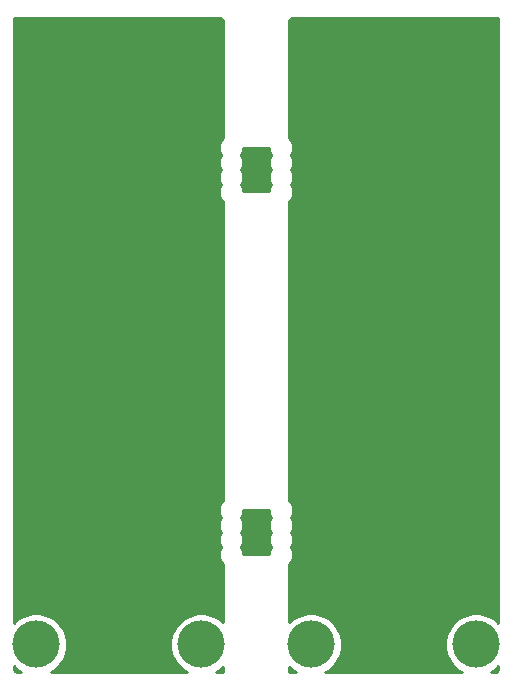
<source format=gbl>
G04 #@! TF.GenerationSoftware,KiCad,Pcbnew,(5.1.5)-3*
G04 #@! TF.CreationDate,2020-03-09T16:33:39+08:00*
G04 #@! TF.ProjectId,cover,636f7665-722e-46b6-9963-61645f706362,rev?*
G04 #@! TF.SameCoordinates,Original*
G04 #@! TF.FileFunction,Copper,L2,Bot*
G04 #@! TF.FilePolarity,Positive*
%FSLAX46Y46*%
G04 Gerber Fmt 4.6, Leading zero omitted, Abs format (unit mm)*
G04 Created by KiCad (PCBNEW (5.1.5)-3) date 2020-03-09 16:33:39*
%MOMM*%
%LPD*%
G04 APERTURE LIST*
%ADD10C,4.000000*%
%ADD11C,0.254000*%
G04 APERTURE END LIST*
D10*
X230257580Y-127201478D03*
X244257580Y-127201478D03*
X220992420Y-127201478D03*
X206992420Y-127201478D03*
D11*
G36*
X222832420Y-129541478D02*
G01*
X222228748Y-129541478D01*
X222240561Y-129536585D01*
X222672135Y-129248216D01*
X222832420Y-129087931D01*
X222832420Y-129541478D01*
G37*
X222832420Y-129541478D02*
X222228748Y-129541478D01*
X222240561Y-129536585D01*
X222672135Y-129248216D01*
X222832420Y-129087931D01*
X222832420Y-129541478D01*
G36*
X205312705Y-129248216D02*
G01*
X205744279Y-129536585D01*
X205756092Y-129541478D01*
X205474699Y-129541478D01*
X205376996Y-129531898D01*
X205314063Y-129512898D01*
X205256014Y-129482032D01*
X205205077Y-129440489D01*
X205163172Y-129389834D01*
X205131905Y-129332007D01*
X205112464Y-129269206D01*
X205102420Y-129173643D01*
X205102420Y-129037931D01*
X205312705Y-129248216D01*
G37*
X205312705Y-129248216D02*
X205744279Y-129536585D01*
X205756092Y-129541478D01*
X205474699Y-129541478D01*
X205376996Y-129531898D01*
X205314063Y-129512898D01*
X205256014Y-129482032D01*
X205205077Y-129440489D01*
X205163172Y-129389834D01*
X205131905Y-129332007D01*
X205112464Y-129269206D01*
X205102420Y-129173643D01*
X205102420Y-129037931D01*
X205312705Y-129248216D01*
G36*
X246142420Y-129169199D02*
G01*
X246132840Y-129266902D01*
X246113840Y-129329835D01*
X246082974Y-129387884D01*
X246041431Y-129438821D01*
X245990776Y-129480726D01*
X245932949Y-129511993D01*
X245870148Y-129531434D01*
X245774585Y-129541478D01*
X245493908Y-129541478D01*
X245505721Y-129536585D01*
X245937295Y-129248216D01*
X246142420Y-129043091D01*
X246142420Y-129169199D01*
G37*
X246142420Y-129169199D02*
X246132840Y-129266902D01*
X246113840Y-129329835D01*
X246082974Y-129387884D01*
X246041431Y-129438821D01*
X245990776Y-129480726D01*
X245932949Y-129511993D01*
X245870148Y-129531434D01*
X245774585Y-129541478D01*
X245493908Y-129541478D01*
X245505721Y-129536585D01*
X245937295Y-129248216D01*
X246142420Y-129043091D01*
X246142420Y-129169199D01*
G36*
X246142420Y-125359865D02*
G01*
X245937295Y-125154740D01*
X245505721Y-124866371D01*
X245026181Y-124667739D01*
X244517105Y-124566478D01*
X243998055Y-124566478D01*
X243488979Y-124667739D01*
X243009439Y-124866371D01*
X242577865Y-125154740D01*
X242210842Y-125521763D01*
X241922473Y-125953337D01*
X241723841Y-126432877D01*
X241622580Y-126941953D01*
X241622580Y-127461003D01*
X241723841Y-127970079D01*
X241922473Y-128449619D01*
X242210842Y-128881193D01*
X242577865Y-129248216D01*
X243009439Y-129536585D01*
X243021252Y-129541478D01*
X231493908Y-129541478D01*
X231505721Y-129536585D01*
X231937295Y-129248216D01*
X232304318Y-128881193D01*
X232592687Y-128449619D01*
X232791319Y-127970079D01*
X232892580Y-127461003D01*
X232892580Y-126941953D01*
X232791319Y-126432877D01*
X232592687Y-125953337D01*
X232304318Y-125521763D01*
X231937295Y-125154740D01*
X231505721Y-124866371D01*
X231026181Y-124667739D01*
X230517105Y-124566478D01*
X229998055Y-124566478D01*
X229488979Y-124667739D01*
X229009439Y-124866371D01*
X228577865Y-125154740D01*
X228412420Y-125320185D01*
X228412420Y-120361291D01*
X228543937Y-120229774D01*
X228657205Y-120060256D01*
X228735226Y-119871898D01*
X228775000Y-119671939D01*
X228775000Y-119468061D01*
X228735226Y-119268102D01*
X228657205Y-119079744D01*
X228555490Y-118927517D01*
X228647205Y-118790256D01*
X228725226Y-118601898D01*
X228765000Y-118401939D01*
X228765000Y-118198061D01*
X228725226Y-117998102D01*
X228647205Y-117809744D01*
X228567195Y-117690000D01*
X228647205Y-117570256D01*
X228725226Y-117381898D01*
X228765000Y-117181939D01*
X228765000Y-116978061D01*
X228725226Y-116778102D01*
X228647205Y-116589744D01*
X228558831Y-116457483D01*
X228657205Y-116310256D01*
X228735226Y-116121898D01*
X228775000Y-115921939D01*
X228775000Y-115718061D01*
X228735226Y-115518102D01*
X228657205Y-115329744D01*
X228543937Y-115160226D01*
X228412420Y-115028709D01*
X228412420Y-89681291D01*
X228553937Y-89539774D01*
X228667205Y-89370256D01*
X228745226Y-89181898D01*
X228785000Y-88981939D01*
X228785000Y-88778061D01*
X228745226Y-88578102D01*
X228667205Y-88389744D01*
X228565490Y-88237517D01*
X228657205Y-88100256D01*
X228735226Y-87911898D01*
X228775000Y-87711939D01*
X228775000Y-87508061D01*
X228735226Y-87308102D01*
X228657205Y-87119744D01*
X228577195Y-87000000D01*
X228657205Y-86880256D01*
X228735226Y-86691898D01*
X228775000Y-86491939D01*
X228775000Y-86288061D01*
X228735226Y-86088102D01*
X228657205Y-85899744D01*
X228568831Y-85767483D01*
X228667205Y-85620256D01*
X228745226Y-85431898D01*
X228785000Y-85231939D01*
X228785000Y-85028061D01*
X228745226Y-84828102D01*
X228667205Y-84639744D01*
X228553937Y-84470226D01*
X228412420Y-84328709D01*
X228412420Y-74533757D01*
X228422000Y-74436054D01*
X228441000Y-74373122D01*
X228471865Y-74315073D01*
X228513409Y-74264135D01*
X228564064Y-74222230D01*
X228621891Y-74190963D01*
X228684692Y-74171522D01*
X228780255Y-74161478D01*
X246142421Y-74161478D01*
X246142420Y-125359865D01*
G37*
X246142420Y-125359865D02*
X245937295Y-125154740D01*
X245505721Y-124866371D01*
X245026181Y-124667739D01*
X244517105Y-124566478D01*
X243998055Y-124566478D01*
X243488979Y-124667739D01*
X243009439Y-124866371D01*
X242577865Y-125154740D01*
X242210842Y-125521763D01*
X241922473Y-125953337D01*
X241723841Y-126432877D01*
X241622580Y-126941953D01*
X241622580Y-127461003D01*
X241723841Y-127970079D01*
X241922473Y-128449619D01*
X242210842Y-128881193D01*
X242577865Y-129248216D01*
X243009439Y-129536585D01*
X243021252Y-129541478D01*
X231493908Y-129541478D01*
X231505721Y-129536585D01*
X231937295Y-129248216D01*
X232304318Y-128881193D01*
X232592687Y-128449619D01*
X232791319Y-127970079D01*
X232892580Y-127461003D01*
X232892580Y-126941953D01*
X232791319Y-126432877D01*
X232592687Y-125953337D01*
X232304318Y-125521763D01*
X231937295Y-125154740D01*
X231505721Y-124866371D01*
X231026181Y-124667739D01*
X230517105Y-124566478D01*
X229998055Y-124566478D01*
X229488979Y-124667739D01*
X229009439Y-124866371D01*
X228577865Y-125154740D01*
X228412420Y-125320185D01*
X228412420Y-120361291D01*
X228543937Y-120229774D01*
X228657205Y-120060256D01*
X228735226Y-119871898D01*
X228775000Y-119671939D01*
X228775000Y-119468061D01*
X228735226Y-119268102D01*
X228657205Y-119079744D01*
X228555490Y-118927517D01*
X228647205Y-118790256D01*
X228725226Y-118601898D01*
X228765000Y-118401939D01*
X228765000Y-118198061D01*
X228725226Y-117998102D01*
X228647205Y-117809744D01*
X228567195Y-117690000D01*
X228647205Y-117570256D01*
X228725226Y-117381898D01*
X228765000Y-117181939D01*
X228765000Y-116978061D01*
X228725226Y-116778102D01*
X228647205Y-116589744D01*
X228558831Y-116457483D01*
X228657205Y-116310256D01*
X228735226Y-116121898D01*
X228775000Y-115921939D01*
X228775000Y-115718061D01*
X228735226Y-115518102D01*
X228657205Y-115329744D01*
X228543937Y-115160226D01*
X228412420Y-115028709D01*
X228412420Y-89681291D01*
X228553937Y-89539774D01*
X228667205Y-89370256D01*
X228745226Y-89181898D01*
X228785000Y-88981939D01*
X228785000Y-88778061D01*
X228745226Y-88578102D01*
X228667205Y-88389744D01*
X228565490Y-88237517D01*
X228657205Y-88100256D01*
X228735226Y-87911898D01*
X228775000Y-87711939D01*
X228775000Y-87508061D01*
X228735226Y-87308102D01*
X228657205Y-87119744D01*
X228577195Y-87000000D01*
X228657205Y-86880256D01*
X228735226Y-86691898D01*
X228775000Y-86491939D01*
X228775000Y-86288061D01*
X228735226Y-86088102D01*
X228657205Y-85899744D01*
X228568831Y-85767483D01*
X228667205Y-85620256D01*
X228745226Y-85431898D01*
X228785000Y-85231939D01*
X228785000Y-85028061D01*
X228745226Y-84828102D01*
X228667205Y-84639744D01*
X228553937Y-84470226D01*
X228412420Y-84328709D01*
X228412420Y-74533757D01*
X228422000Y-74436054D01*
X228441000Y-74373122D01*
X228471865Y-74315073D01*
X228513409Y-74264135D01*
X228564064Y-74222230D01*
X228621891Y-74190963D01*
X228684692Y-74171522D01*
X228780255Y-74161478D01*
X246142421Y-74161478D01*
X246142420Y-125359865D01*
G36*
X228577865Y-129248216D02*
G01*
X229009439Y-129536585D01*
X229021252Y-129541478D01*
X228412420Y-129541478D01*
X228412420Y-129082771D01*
X228577865Y-129248216D01*
G37*
X228577865Y-129248216D02*
X229009439Y-129536585D01*
X229021252Y-129541478D01*
X228412420Y-129541478D01*
X228412420Y-129082771D01*
X228577865Y-129248216D01*
G36*
X222557844Y-74171058D02*
G01*
X222620776Y-74190058D01*
X222678825Y-74220923D01*
X222729763Y-74262467D01*
X222771668Y-74313122D01*
X222802935Y-74370949D01*
X222822376Y-74433750D01*
X222832420Y-74529313D01*
X222832421Y-84324596D01*
X222830226Y-84326063D01*
X222686063Y-84470226D01*
X222572795Y-84639744D01*
X222494774Y-84828102D01*
X222455000Y-85028061D01*
X222455000Y-85231939D01*
X222494774Y-85431898D01*
X222572795Y-85620256D01*
X222661169Y-85752517D01*
X222562795Y-85899744D01*
X222484774Y-86088102D01*
X222445000Y-86288061D01*
X222445000Y-86491939D01*
X222484774Y-86691898D01*
X222562795Y-86880256D01*
X222642805Y-87000000D01*
X222562795Y-87119744D01*
X222484774Y-87308102D01*
X222445000Y-87508061D01*
X222445000Y-87711939D01*
X222484774Y-87911898D01*
X222562795Y-88100256D01*
X222664510Y-88252483D01*
X222572795Y-88389744D01*
X222494774Y-88578102D01*
X222455000Y-88778061D01*
X222455000Y-88981939D01*
X222494774Y-89181898D01*
X222572795Y-89370256D01*
X222686063Y-89539774D01*
X222830226Y-89683937D01*
X222832420Y-89685403D01*
X222832421Y-115023868D01*
X222696063Y-115160226D01*
X222582795Y-115329744D01*
X222504774Y-115518102D01*
X222465000Y-115718061D01*
X222465000Y-115921939D01*
X222504774Y-116121898D01*
X222582795Y-116310256D01*
X222671169Y-116442517D01*
X222572795Y-116589744D01*
X222494774Y-116778102D01*
X222455000Y-116978061D01*
X222455000Y-117181939D01*
X222494774Y-117381898D01*
X222572795Y-117570256D01*
X222652805Y-117690000D01*
X222572795Y-117809744D01*
X222494774Y-117998102D01*
X222455000Y-118198061D01*
X222455000Y-118401939D01*
X222494774Y-118601898D01*
X222572795Y-118790256D01*
X222674510Y-118942483D01*
X222582795Y-119079744D01*
X222504774Y-119268102D01*
X222465000Y-119468061D01*
X222465000Y-119671939D01*
X222504774Y-119871898D01*
X222582795Y-120060256D01*
X222696063Y-120229774D01*
X222832421Y-120366132D01*
X222832420Y-125315025D01*
X222672135Y-125154740D01*
X222240561Y-124866371D01*
X221761021Y-124667739D01*
X221251945Y-124566478D01*
X220732895Y-124566478D01*
X220223819Y-124667739D01*
X219744279Y-124866371D01*
X219312705Y-125154740D01*
X218945682Y-125521763D01*
X218657313Y-125953337D01*
X218458681Y-126432877D01*
X218357420Y-126941953D01*
X218357420Y-127461003D01*
X218458681Y-127970079D01*
X218657313Y-128449619D01*
X218945682Y-128881193D01*
X219312705Y-129248216D01*
X219744279Y-129536585D01*
X219756092Y-129541478D01*
X208228748Y-129541478D01*
X208240561Y-129536585D01*
X208672135Y-129248216D01*
X209039158Y-128881193D01*
X209327527Y-128449619D01*
X209526159Y-127970079D01*
X209627420Y-127461003D01*
X209627420Y-126941953D01*
X209526159Y-126432877D01*
X209327527Y-125953337D01*
X209039158Y-125521763D01*
X208672135Y-125154740D01*
X208240561Y-124866371D01*
X207761021Y-124667739D01*
X207251945Y-124566478D01*
X206732895Y-124566478D01*
X206223819Y-124667739D01*
X205744279Y-124866371D01*
X205312705Y-125154740D01*
X205102420Y-125365025D01*
X205102420Y-74161478D01*
X222460141Y-74161478D01*
X222557844Y-74171058D01*
G37*
X222557844Y-74171058D02*
X222620776Y-74190058D01*
X222678825Y-74220923D01*
X222729763Y-74262467D01*
X222771668Y-74313122D01*
X222802935Y-74370949D01*
X222822376Y-74433750D01*
X222832420Y-74529313D01*
X222832421Y-84324596D01*
X222830226Y-84326063D01*
X222686063Y-84470226D01*
X222572795Y-84639744D01*
X222494774Y-84828102D01*
X222455000Y-85028061D01*
X222455000Y-85231939D01*
X222494774Y-85431898D01*
X222572795Y-85620256D01*
X222661169Y-85752517D01*
X222562795Y-85899744D01*
X222484774Y-86088102D01*
X222445000Y-86288061D01*
X222445000Y-86491939D01*
X222484774Y-86691898D01*
X222562795Y-86880256D01*
X222642805Y-87000000D01*
X222562795Y-87119744D01*
X222484774Y-87308102D01*
X222445000Y-87508061D01*
X222445000Y-87711939D01*
X222484774Y-87911898D01*
X222562795Y-88100256D01*
X222664510Y-88252483D01*
X222572795Y-88389744D01*
X222494774Y-88578102D01*
X222455000Y-88778061D01*
X222455000Y-88981939D01*
X222494774Y-89181898D01*
X222572795Y-89370256D01*
X222686063Y-89539774D01*
X222830226Y-89683937D01*
X222832420Y-89685403D01*
X222832421Y-115023868D01*
X222696063Y-115160226D01*
X222582795Y-115329744D01*
X222504774Y-115518102D01*
X222465000Y-115718061D01*
X222465000Y-115921939D01*
X222504774Y-116121898D01*
X222582795Y-116310256D01*
X222671169Y-116442517D01*
X222572795Y-116589744D01*
X222494774Y-116778102D01*
X222455000Y-116978061D01*
X222455000Y-117181939D01*
X222494774Y-117381898D01*
X222572795Y-117570256D01*
X222652805Y-117690000D01*
X222572795Y-117809744D01*
X222494774Y-117998102D01*
X222455000Y-118198061D01*
X222455000Y-118401939D01*
X222494774Y-118601898D01*
X222572795Y-118790256D01*
X222674510Y-118942483D01*
X222582795Y-119079744D01*
X222504774Y-119268102D01*
X222465000Y-119468061D01*
X222465000Y-119671939D01*
X222504774Y-119871898D01*
X222582795Y-120060256D01*
X222696063Y-120229774D01*
X222832421Y-120366132D01*
X222832420Y-125315025D01*
X222672135Y-125154740D01*
X222240561Y-124866371D01*
X221761021Y-124667739D01*
X221251945Y-124566478D01*
X220732895Y-124566478D01*
X220223819Y-124667739D01*
X219744279Y-124866371D01*
X219312705Y-125154740D01*
X218945682Y-125521763D01*
X218657313Y-125953337D01*
X218458681Y-126432877D01*
X218357420Y-126941953D01*
X218357420Y-127461003D01*
X218458681Y-127970079D01*
X218657313Y-128449619D01*
X218945682Y-128881193D01*
X219312705Y-129248216D01*
X219744279Y-129536585D01*
X219756092Y-129541478D01*
X208228748Y-129541478D01*
X208240561Y-129536585D01*
X208672135Y-129248216D01*
X209039158Y-128881193D01*
X209327527Y-128449619D01*
X209526159Y-127970079D01*
X209627420Y-127461003D01*
X209627420Y-126941953D01*
X209526159Y-126432877D01*
X209327527Y-125953337D01*
X209039158Y-125521763D01*
X208672135Y-125154740D01*
X208240561Y-124866371D01*
X207761021Y-124667739D01*
X207251945Y-124566478D01*
X206732895Y-124566478D01*
X206223819Y-124667739D01*
X205744279Y-124866371D01*
X205312705Y-125154740D01*
X205102420Y-125365025D01*
X205102420Y-74161478D01*
X222460141Y-74161478D01*
X222557844Y-74171058D01*
G36*
X226705000Y-115921939D02*
G01*
X226744774Y-116121898D01*
X226822795Y-116310256D01*
X226911169Y-116442517D01*
X226812795Y-116589744D01*
X226734774Y-116778102D01*
X226695000Y-116978061D01*
X226695000Y-117181939D01*
X226734774Y-117381898D01*
X226812795Y-117570256D01*
X226892805Y-117690000D01*
X226812795Y-117809744D01*
X226734774Y-117998102D01*
X226695000Y-118198061D01*
X226695000Y-118401939D01*
X226734774Y-118601898D01*
X226812795Y-118790256D01*
X226914510Y-118942483D01*
X226822795Y-119079744D01*
X226744774Y-119268102D01*
X226705000Y-119468061D01*
X226705000Y-119540000D01*
X224535000Y-119540000D01*
X224535000Y-119468061D01*
X224495226Y-119268102D01*
X224417205Y-119079744D01*
X224315490Y-118927517D01*
X224407205Y-118790256D01*
X224485226Y-118601898D01*
X224525000Y-118401939D01*
X224525000Y-118198061D01*
X224485226Y-117998102D01*
X224407205Y-117809744D01*
X224327195Y-117690000D01*
X224407205Y-117570256D01*
X224485226Y-117381898D01*
X224525000Y-117181939D01*
X224525000Y-116978061D01*
X224485226Y-116778102D01*
X224407205Y-116589744D01*
X224318831Y-116457483D01*
X224417205Y-116310256D01*
X224495226Y-116121898D01*
X224535000Y-115921939D01*
X224535000Y-115860000D01*
X226705000Y-115860000D01*
X226705000Y-115921939D01*
G37*
X226705000Y-115921939D02*
X226744774Y-116121898D01*
X226822795Y-116310256D01*
X226911169Y-116442517D01*
X226812795Y-116589744D01*
X226734774Y-116778102D01*
X226695000Y-116978061D01*
X226695000Y-117181939D01*
X226734774Y-117381898D01*
X226812795Y-117570256D01*
X226892805Y-117690000D01*
X226812795Y-117809744D01*
X226734774Y-117998102D01*
X226695000Y-118198061D01*
X226695000Y-118401939D01*
X226734774Y-118601898D01*
X226812795Y-118790256D01*
X226914510Y-118942483D01*
X226822795Y-119079744D01*
X226744774Y-119268102D01*
X226705000Y-119468061D01*
X226705000Y-119540000D01*
X224535000Y-119540000D01*
X224535000Y-119468061D01*
X224495226Y-119268102D01*
X224417205Y-119079744D01*
X224315490Y-118927517D01*
X224407205Y-118790256D01*
X224485226Y-118601898D01*
X224525000Y-118401939D01*
X224525000Y-118198061D01*
X224485226Y-117998102D01*
X224407205Y-117809744D01*
X224327195Y-117690000D01*
X224407205Y-117570256D01*
X224485226Y-117381898D01*
X224525000Y-117181939D01*
X224525000Y-116978061D01*
X224485226Y-116778102D01*
X224407205Y-116589744D01*
X224318831Y-116457483D01*
X224417205Y-116310256D01*
X224495226Y-116121898D01*
X224535000Y-115921939D01*
X224535000Y-115860000D01*
X226705000Y-115860000D01*
X226705000Y-115921939D01*
G36*
X226715000Y-85231939D02*
G01*
X226754774Y-85431898D01*
X226832795Y-85620256D01*
X226921169Y-85752517D01*
X226822795Y-85899744D01*
X226744774Y-86088102D01*
X226705000Y-86288061D01*
X226705000Y-86491939D01*
X226744774Y-86691898D01*
X226822795Y-86880256D01*
X226902805Y-87000000D01*
X226822795Y-87119744D01*
X226744774Y-87308102D01*
X226705000Y-87508061D01*
X226705000Y-87711939D01*
X226744774Y-87911898D01*
X226822795Y-88100256D01*
X226924510Y-88252483D01*
X226832795Y-88389744D01*
X226754774Y-88578102D01*
X226715000Y-88778061D01*
X226715000Y-88850000D01*
X224525000Y-88850000D01*
X224525000Y-88778061D01*
X224485226Y-88578102D01*
X224407205Y-88389744D01*
X224305490Y-88237517D01*
X224397205Y-88100256D01*
X224475226Y-87911898D01*
X224515000Y-87711939D01*
X224515000Y-87508061D01*
X224475226Y-87308102D01*
X224397205Y-87119744D01*
X224317195Y-87000000D01*
X224397205Y-86880256D01*
X224475226Y-86691898D01*
X224515000Y-86491939D01*
X224515000Y-86288061D01*
X224475226Y-86088102D01*
X224397205Y-85899744D01*
X224308831Y-85767483D01*
X224407205Y-85620256D01*
X224485226Y-85431898D01*
X224525000Y-85231939D01*
X224525000Y-85170000D01*
X226715000Y-85170000D01*
X226715000Y-85231939D01*
G37*
X226715000Y-85231939D02*
X226754774Y-85431898D01*
X226832795Y-85620256D01*
X226921169Y-85752517D01*
X226822795Y-85899744D01*
X226744774Y-86088102D01*
X226705000Y-86288061D01*
X226705000Y-86491939D01*
X226744774Y-86691898D01*
X226822795Y-86880256D01*
X226902805Y-87000000D01*
X226822795Y-87119744D01*
X226744774Y-87308102D01*
X226705000Y-87508061D01*
X226705000Y-87711939D01*
X226744774Y-87911898D01*
X226822795Y-88100256D01*
X226924510Y-88252483D01*
X226832795Y-88389744D01*
X226754774Y-88578102D01*
X226715000Y-88778061D01*
X226715000Y-88850000D01*
X224525000Y-88850000D01*
X224525000Y-88778061D01*
X224485226Y-88578102D01*
X224407205Y-88389744D01*
X224305490Y-88237517D01*
X224397205Y-88100256D01*
X224475226Y-87911898D01*
X224515000Y-87711939D01*
X224515000Y-87508061D01*
X224475226Y-87308102D01*
X224397205Y-87119744D01*
X224317195Y-87000000D01*
X224397205Y-86880256D01*
X224475226Y-86691898D01*
X224515000Y-86491939D01*
X224515000Y-86288061D01*
X224475226Y-86088102D01*
X224397205Y-85899744D01*
X224308831Y-85767483D01*
X224407205Y-85620256D01*
X224485226Y-85431898D01*
X224525000Y-85231939D01*
X224525000Y-85170000D01*
X226715000Y-85170000D01*
X226715000Y-85231939D01*
M02*

</source>
